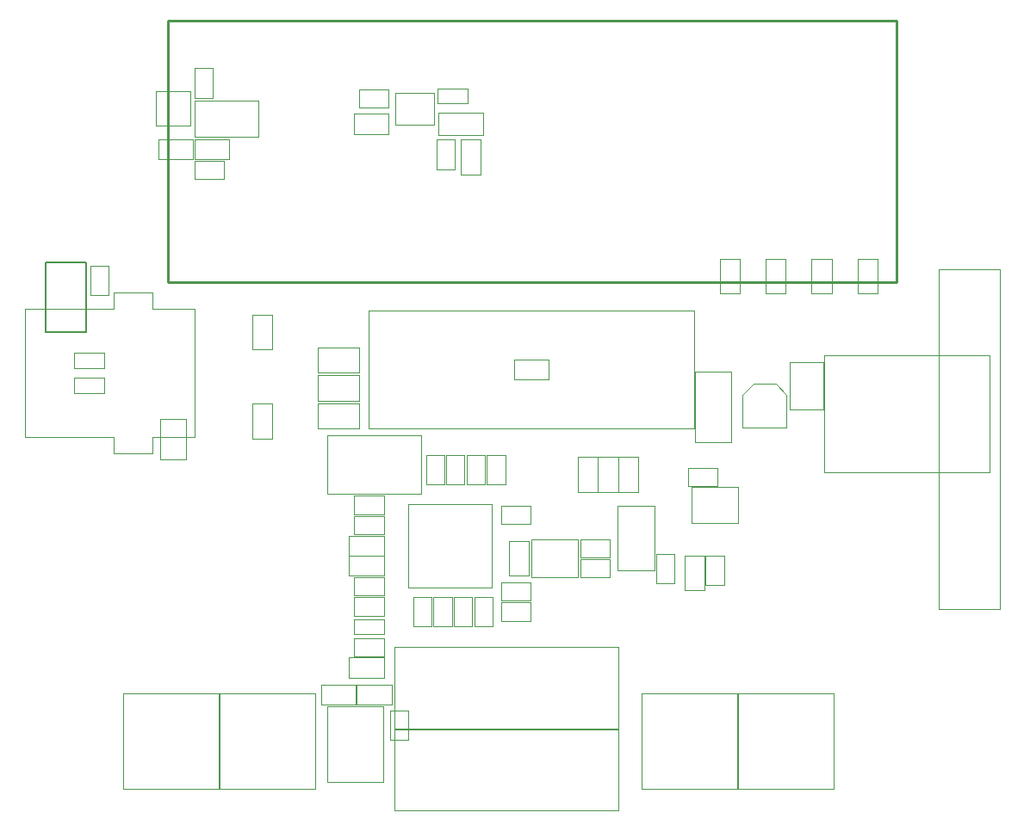
<source format=gbr>
%TF.GenerationSoftware,Altium Limited,Altium Designer,25.2.1 (25)*%
G04 Layer_Color=32768*
%FSLAX43Y43*%
%MOMM*%
%TF.SameCoordinates,14BE83A4-B3EB-4770-8DB1-726BE69DDD70*%
%TF.FilePolarity,Positive*%
%TF.FileFunction,Other,Mechanical_15*%
%TF.Part,Single*%
G01*
G75*
%TA.AperFunction,NonConductor*%
%ADD67C,0.254*%
%ADD69C,0.100*%
%ADD76C,0.127*%
%ADD126C,0.050*%
D67*
X14238Y52936D02*
X85838D01*
X14238Y78636D02*
X85838D01*
Y52936D02*
Y78636D01*
X14238Y52936D02*
Y78636D01*
D69*
X36100Y10750D02*
X37900D01*
X36100Y7850D02*
X37900D01*
X36100D02*
Y10750D01*
X37900Y7850D02*
Y10750D01*
X70747Y38617D02*
X75047D01*
Y41842D01*
X73972Y42917D02*
X75047Y41842D01*
X71822Y42917D02*
X73972D01*
X70747Y41842D02*
X71822Y42917D01*
X70747Y38617D02*
Y41842D01*
X70250Y29250D02*
Y32750D01*
X65750Y29250D02*
Y32750D01*
X65750Y32750D02*
X70250D01*
X65750Y29250D02*
X70250D01*
X65350Y32850D02*
Y34650D01*
X68250Y32850D02*
Y34650D01*
X65350Y32850D02*
X68250D01*
X65350Y34650D02*
X68250D01*
X67100Y23109D02*
X68900D01*
X67100Y26009D02*
X68900D01*
Y23109D02*
Y26009D01*
X67100Y23109D02*
Y26009D01*
X78750Y34250D02*
Y45750D01*
X95000D01*
Y34250D02*
Y45750D01*
X78750Y34250D02*
X95000D01*
X9810Y3060D02*
Y12440D01*
Y3060D02*
X19190D01*
Y12440D01*
X9810D02*
X19190D01*
X19310Y3060D02*
Y12440D01*
Y3060D02*
X28690D01*
Y12440D01*
X19310D02*
X28690D01*
X60810Y3060D02*
Y12440D01*
Y3060D02*
X70190D01*
Y12440D01*
X60810D02*
X70190D01*
X36500Y17000D02*
X58500D01*
Y9000D02*
Y17000D01*
X36500Y9000D02*
X58500D01*
X36500D02*
Y17000D01*
X70310Y3060D02*
Y12440D01*
Y3060D02*
X79690D01*
Y12440D01*
X70310D02*
X79690D01*
X54550Y23850D02*
Y27650D01*
X49950Y23850D02*
X54550D01*
X49950Y23850D02*
Y27650D01*
Y27650D02*
X54550D01*
X29000Y44000D02*
Y46500D01*
X33000Y44000D02*
Y46500D01*
X29000Y44000D02*
X33000D01*
X29000Y46500D02*
X33000D01*
X42465Y64050D02*
Y66950D01*
X40665Y64050D02*
Y66950D01*
Y64050D02*
X42465D01*
X40665Y66950D02*
X42465D01*
X16865Y64900D02*
X19765D01*
X16865Y63100D02*
X19765D01*
Y64900D01*
X16865Y63100D02*
Y64900D01*
X54800Y27650D02*
X57700D01*
X54800Y25850D02*
X57700D01*
Y27650D01*
X54800Y25850D02*
Y27650D01*
X47015Y30900D02*
X49915D01*
X47015Y29100D02*
X49915D01*
Y30900D01*
X47015Y29100D02*
Y30900D01*
X36500Y8910D02*
X58500D01*
Y910D02*
Y8910D01*
X36500Y910D02*
X58500D01*
X36500D02*
Y8910D01*
X33050Y70100D02*
X35950D01*
X33050Y71900D02*
X35950D01*
X33050Y70100D02*
Y71900D01*
X35950Y70100D02*
Y71900D01*
X65940Y38500D02*
Y50120D01*
X34000Y38500D02*
Y50120D01*
X65940D01*
X34000Y38500D02*
X65940D01*
X16880Y71078D02*
Y73978D01*
X18680Y71078D02*
Y73978D01*
X16880D02*
X18680D01*
X16880Y71078D02*
X18680D01*
X29000Y41000D02*
X33000D01*
X29000Y38500D02*
X33000D01*
Y41000D01*
X29000Y38500D02*
Y41000D01*
X13500Y35500D02*
Y39500D01*
X16000Y35500D02*
Y39500D01*
X13500D02*
X16000D01*
X13500Y35500D02*
X16000D01*
X29000Y43750D02*
X33000D01*
X29000Y41250D02*
X33000D01*
Y43750D01*
X29000Y41250D02*
Y43750D01*
X62219Y26200D02*
X64019D01*
X62219Y23300D02*
X64019D01*
X62219D02*
Y26200D01*
X64019Y23300D02*
Y26200D01*
X35460Y22100D02*
Y23900D01*
X32560Y22100D02*
Y23900D01*
X35460D01*
X32560Y22100D02*
X35460D01*
X32560Y16100D02*
Y17900D01*
X35460Y16100D02*
Y17900D01*
X32560Y16100D02*
X35460D01*
X32560Y17900D02*
X35460D01*
X38350Y19050D02*
X40150D01*
X38350Y21950D02*
X40150D01*
Y19050D02*
Y21950D01*
X38350Y19050D02*
Y21950D01*
X54800Y23850D02*
Y25650D01*
X57700Y23850D02*
Y25650D01*
X54800Y23850D02*
X57700D01*
X54800Y25650D02*
X57700D01*
X6593Y51635D02*
X8393D01*
X6593Y54535D02*
X8393D01*
Y51635D02*
Y54535D01*
X6593Y51635D02*
Y54535D01*
X39600Y33050D02*
X41400D01*
X39600Y35950D02*
X41400D01*
Y33050D02*
Y35950D01*
X39600Y33050D02*
Y35950D01*
X47015Y21600D02*
Y23400D01*
X49915Y21600D02*
Y23400D01*
X47015Y21600D02*
X49915D01*
X47015Y23400D02*
X49915D01*
X42350Y21950D02*
X44150D01*
X42350Y19050D02*
X44150D01*
X42350D02*
Y21950D01*
X44150Y19050D02*
Y21950D01*
X43600Y33050D02*
X45400D01*
X43600Y35950D02*
X45400D01*
Y33050D02*
Y35950D01*
X43600Y33050D02*
Y35950D01*
X35460Y20100D02*
Y21900D01*
X32560Y20100D02*
Y21900D01*
X35460D01*
X32560Y20100D02*
X35460D01*
X41600Y33050D02*
X43400D01*
X41600Y35950D02*
X43400D01*
Y33050D02*
Y35950D01*
X41600Y33050D02*
Y35950D01*
X35460Y28100D02*
Y29900D01*
X32560Y28100D02*
Y29900D01*
X35460D01*
X32560Y28100D02*
X35460D01*
Y30100D02*
Y31900D01*
X32560Y30100D02*
Y31900D01*
X35460D01*
X32560Y30100D02*
X35460D01*
X45600Y33050D02*
X47400D01*
X45600Y35950D02*
X47400D01*
Y33050D02*
Y35950D01*
X45600Y33050D02*
Y35950D01*
X40350Y21950D02*
X42150D01*
X40350Y19050D02*
X42150D01*
X40350D02*
Y21950D01*
X42150Y19050D02*
Y21950D01*
X44350D02*
X46150D01*
X44350Y19050D02*
X46150D01*
X44350D02*
Y21950D01*
X46150Y19050D02*
Y21950D01*
X47015Y19600D02*
Y21400D01*
X49915Y19600D02*
Y21400D01*
X47015Y19600D02*
X49915D01*
X47015Y21400D02*
X49915D01*
D76*
X6222Y47985D02*
Y54885D01*
X2223D02*
X6222D01*
X2223Y47985D02*
Y54885D01*
Y47985D02*
X6222D01*
D126*
X29889Y3768D02*
X35389D01*
X29889D02*
Y11218D01*
X35389D01*
Y3768D02*
Y11218D01*
X66017Y44140D02*
X69617D01*
Y37140D02*
Y44140D01*
X66017Y37140D02*
X69617D01*
X66017D02*
Y44140D01*
X65017Y26007D02*
X66983D01*
X65017Y22591D02*
X66983D01*
Y26007D01*
X65017Y22591D02*
Y26007D01*
X58517Y32292D02*
Y35708D01*
X60483Y32292D02*
Y35708D01*
X58517Y32292D02*
X60483D01*
X58517Y35708D02*
X60483D01*
X56517Y32292D02*
Y35708D01*
X58483Y32292D02*
Y35708D01*
X56517Y32292D02*
X58483D01*
X56517Y35708D02*
X58483D01*
X75369Y40419D02*
Y45081D01*
X78631Y40419D02*
Y45081D01*
X75369Y40419D02*
X78631D01*
X75369Y45081D02*
X78631D01*
X37895Y22895D02*
X46105D01*
X37895Y31105D02*
X46105D01*
X37895Y22895D02*
Y31105D01*
X46105Y22895D02*
Y31105D01*
X54517Y32292D02*
Y35708D01*
X56483Y32292D02*
Y35708D01*
X54517Y32292D02*
X56483D01*
X54517Y35708D02*
X56483D01*
X47767Y27458D02*
X49733D01*
X47767Y24042D02*
X49733D01*
Y27458D01*
X47767Y24042D02*
Y27458D01*
X43017Y66948D02*
X44983D01*
X43017Y63532D02*
X44983D01*
Y66948D01*
X43017Y63532D02*
Y66948D01*
X58450Y30900D02*
X62050D01*
Y24600D02*
Y30900D01*
X58450Y24600D02*
X62050D01*
X58450D02*
Y30900D01*
X32708Y11317D02*
Y13283D01*
X29292Y11317D02*
Y13283D01*
Y11317D02*
X32708D01*
X29292Y13283D02*
X32708D01*
X36208Y11317D02*
Y13283D01*
X32792Y11317D02*
Y13283D01*
Y11317D02*
X36208D01*
X32792Y13283D02*
X36208D01*
X51678Y43327D02*
Y45293D01*
X48262Y43327D02*
Y45293D01*
Y43327D02*
X51678D01*
X48262Y45293D02*
X51678D01*
X12710Y50300D02*
X16850D01*
X12710D02*
Y51930D01*
X8890D02*
X12710D01*
X8890Y50300D02*
Y51930D01*
X150Y50300D02*
X8890D01*
X150Y37700D02*
Y50300D01*
Y37700D02*
X8890D01*
Y36070D02*
Y37700D01*
Y36070D02*
X12710D01*
Y37700D01*
X16850D01*
Y50300D01*
X29900Y32110D02*
X39100D01*
Y37890D01*
X29900D02*
X39100D01*
X29900Y32110D02*
Y37890D01*
X70483Y51792D02*
Y55208D01*
X68517Y51792D02*
Y55208D01*
X70483D01*
X68517Y51792D02*
X70483D01*
X83983D02*
Y55208D01*
X82017Y51792D02*
Y55208D01*
X83983D01*
X82017Y51792D02*
X83983D01*
X79483D02*
Y55208D01*
X77517Y51792D02*
Y55208D01*
X79483D01*
X77517Y51792D02*
X79483D01*
X74983D02*
Y55208D01*
X73017Y51792D02*
Y55208D01*
X74983D01*
X73017Y51792D02*
X74983D01*
X16867Y65017D02*
X20283D01*
X16867Y66983D02*
X20283D01*
Y65017D02*
Y66983D01*
X16867Y65017D02*
Y66983D01*
X40790Y67400D02*
Y69600D01*
X45210D01*
Y67400D02*
Y69600D01*
X40790Y67400D02*
X45210D01*
X43740Y70510D02*
Y71990D01*
X40760Y70510D02*
X43740D01*
X40760D02*
Y71990D01*
X43740D01*
X36625Y71550D02*
X40375D01*
X36625Y68450D02*
Y71550D01*
Y68450D02*
X40375D01*
Y71550D01*
X32532Y69483D02*
X35948D01*
X32532Y67517D02*
X35948D01*
X32532D02*
Y69483D01*
X35948Y67517D02*
Y69483D01*
X22517Y46292D02*
X24483D01*
X22517Y49708D02*
X24483D01*
X22517Y46292D02*
Y49708D01*
X24483Y46292D02*
Y49708D01*
X13050Y68300D02*
Y71700D01*
X16450D01*
Y68300D02*
Y71700D01*
X13050Y68300D02*
X16450D01*
X13292Y65017D02*
X16708D01*
X13292Y66983D02*
X16708D01*
Y65017D02*
Y66983D01*
X13292Y65017D02*
Y66983D01*
X16865Y70800D02*
X23135D01*
X16865Y67200D02*
X23135D01*
Y70800D01*
X16865Y67200D02*
Y70800D01*
X32042Y14017D02*
X35458D01*
X32042Y15983D02*
X35458D01*
Y14017D02*
Y15983D01*
X32042Y14017D02*
Y15983D01*
X22517Y37542D02*
Y40958D01*
X24483Y37542D02*
Y40958D01*
X22517Y37542D02*
X24483D01*
X22517Y40958D02*
X24483D01*
X32042Y26017D02*
Y27983D01*
X35458Y26017D02*
Y27983D01*
X32042D02*
X35458D01*
X32042Y26017D02*
X35458D01*
X32042Y24017D02*
Y25983D01*
X35458Y24017D02*
Y25983D01*
X32042D02*
X35458D01*
X32042Y24017D02*
X35458D01*
X5035Y41990D02*
Y43510D01*
X7965D01*
Y41990D02*
Y43510D01*
X5035Y41990D02*
X7965D01*
X5035Y44490D02*
Y46010D01*
X7965D01*
Y44490D02*
Y46010D01*
X5035Y44490D02*
X7965D01*
X32485Y18260D02*
X35465D01*
Y19740D01*
X32485D02*
X35465D01*
X32485Y18260D02*
Y19740D01*
X96000Y20775D02*
Y54225D01*
X90000Y20775D02*
X96000D01*
X90000D02*
Y54225D01*
X96000D01*
%TF.MD5,ec46c39d9fb4d4dfb565b9b82eb82eda*%
M02*

</source>
